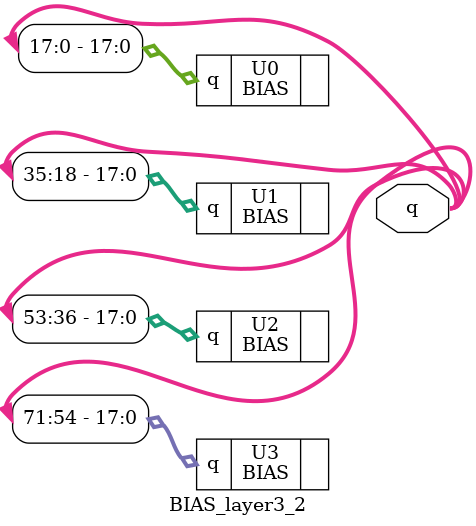
<source format=v>
module BIAS_layer3_2 #(parameter N_adder_tree=4)(q);
output wire [N_adder_tree*18-1:0] q;

BIAS #(.value(18'b000110111011100100)) U0 (.q(q[18*(0+1)-1:18*0])); 
BIAS #(.value(18'b111111111111011100)) U1 (.q(q[18*(1+1)-1:18*1])); 
BIAS #(.value(18'b001001110101010000)) U2 (.q(q[18*(2+1)-1:18*2])); 
BIAS #(.value(18'b111001100000111000)) U3 (.q(q[18*(3+1)-1:18*3])); 

 


endmodule
</source>
